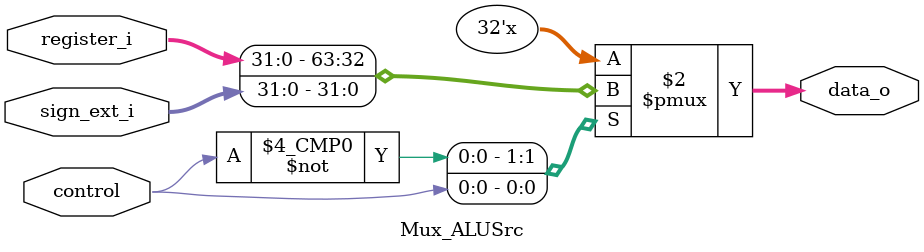
<source format=v>

module Mux_ALUSrc #(
	parameter					WORD	= 32
)(
	input			[WORD-1:0]	register_i,
	input			[WORD-1:0]	sign_ext_i,
	input							control,
	output  reg	[WORD-1:0]	data_o
);
	always @(*)
	begin
		 case (control)
			  0:	data_o	<=	register_i;
			  1:	data_o	<=	sign_ext_i; 
		 endcase
	end
endmodule 
</source>
